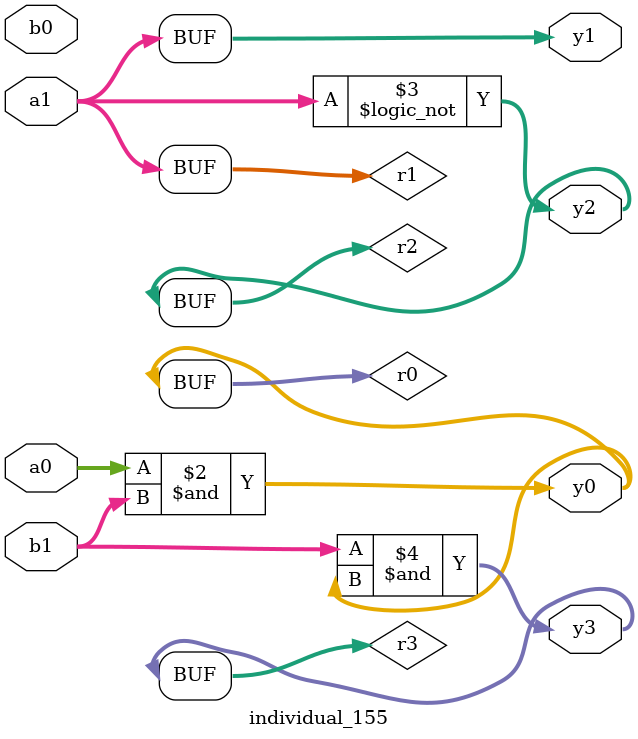
<source format=sv>
module individual_155(input logic [15:0] a1, input logic [15:0] a0, input logic [15:0] b1, input logic [15:0] b0, output logic [15:0] y3, output logic [15:0] y2, output logic [15:0] y1, output logic [15:0] y0);
logic [15:0] r0, r1, r2, r3; 
 always@(*) begin 
	 r0 = a0; r1 = a1; r2 = b0; r3 = b1; 
 	 r0  &=  r3 ;
 	 r2 = ! a1 ;
 	 r3  &=  r0 ;
 	 y3 = r3; y2 = r2; y1 = r1; y0 = r0; 
end
endmodule
</source>
